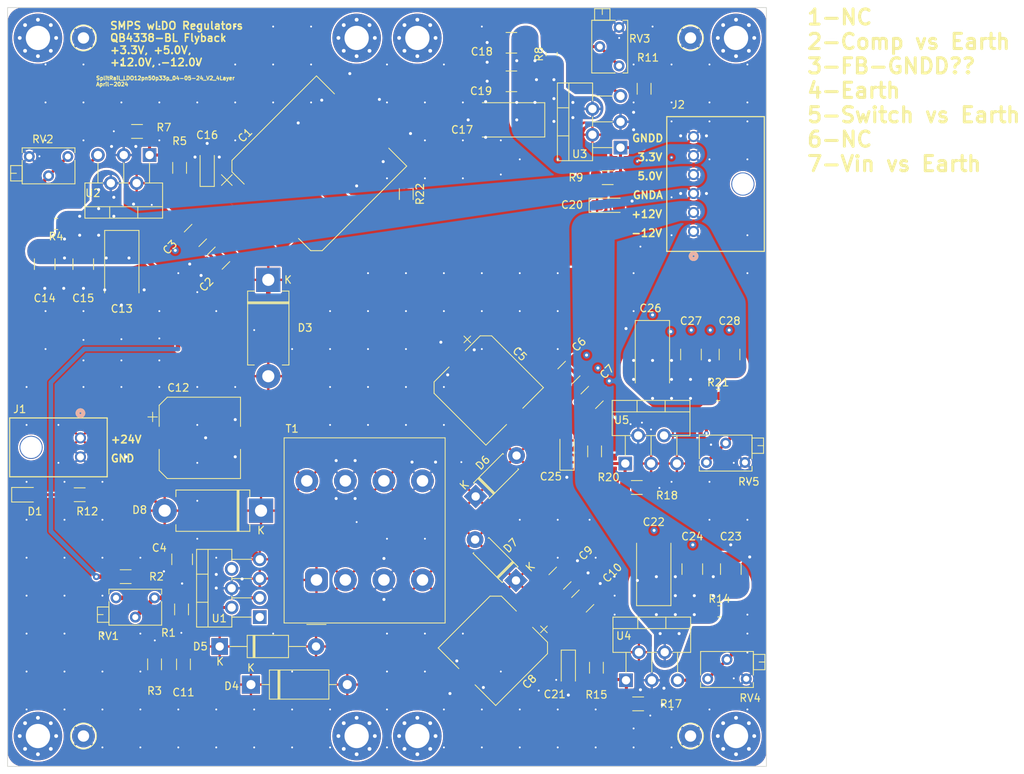
<source format=kicad_pcb>
(kicad_pcb (version 20221018) (generator pcbnew)
  (layers (0 "F.Cu" signal) (1 "In1.Cu" signal) (2 "In2.Cu" signal) (31 "B.Cu" signal) (34 "B.Paste" user) (35 "F.Paste" user) (36 "B.SilkS" user "B.Silkscreen") (37 "F.SilkS" user "F.Silkscreen") (38 "B.Mask" user) (39 "F.Mask" user) (44 "Edge.Cuts" user))
  (net 0 "")
  (net 1 "+24Vin")
  (net 2 "Earth")
  (net 3 "Net-(C11-Pad1)")
  (net 4 "+V1Reg")
  (net 5 "+5.0V")
  (net 6 "+3.3V")
  (net 7 "-V1Reg")
  (net 8 "/-12T")
  (net 9 "/+12T")
  (net 10 "/+5T")
  (net 11 "Net-(R2-Pad1)")
  (net 14 "/COMP")
  (net 15 "/d")
  (net 16 "/e")
  (net 17 "/g")
  (net 18 "/i")
  (net 19 "/k")
  (net 20 "Net-(D1-A)")
  (net 21 "/SW")
  (net 22 "-12_UR")
  (net 23 "+12_UR")
  (net 24 "+5_UR")
  (net 25 "/FB")
  (net 26 "+V")
  (net 27 "/shdn50p")
  (net 28 "/shdn33p")
  (net 29 "/shdn12p")
  (net 30 "/shdn12n")
  (footprint "MountingHole:MountingHole_3.2mm_M3_Pad_Via" (layer "F.Cu") (at 116 24)
    (fp_text reference "H2" hide)
    (fp_text value "MountingHole" hide)
  )
  (footprint "MountingHole:MountingHole_3.2mm_M3_Pad_Via" (layer "F.Cu") (at 24 116)
    (fp_text reference "H4" hide)
    (fp_text value "MountingHole" hide)
  )
  (footprint "Package_TO_SOT_THT:TO-220-5_P3.4x3.7mm_StaggerOdd_Lead3.8mm_Vertical" (layer "F.Cu") (at 100.776 38.454 90)
    (fp_text reference "U3")
    (fp_text value "LT1963-adj")
  )
  (footprint "Diode_THT:D_DO-41_SOD81_P7.62mm_Horizontal" (layer "F.Cu") (at 87 95.5 135)
    (fp_text reference "D7")
    (fp_text value "D_SB160")
  )
  (footprint "Capacitor_SMD:C_1210_3225Metric_Pad1.33x2.70mm_HandSolder" (layer "F.Cu") (at 115.142 65.72 -90)
    (fp_text reference "C28")
    (fp_text value "1uf")
  )
  (footprint "MountingHole:MountingHole_3.2mm_M3_Pad_Via" (layer "F.Cu") (at 24 24)
    (fp_text reference "H1" hide)
    (fp_text value "MountingHole" hide)
  )
  (footprint "Capacitor_SMD:C_1210_3225Metric_Pad1.33x2.70mm_HandSolder" (layer "F.Cu") (at 44.752726 50.027018 45)
    (fp_text reference "C3")
    (fp_text value "10uf")
  )
  (footprint "Diode_THT:D_DO-41_SOD81_P7.62mm_Horizontal" (layer "F.Cu") (at 81.685923 84.424077 45)
    (fp_text reference "D6")
    (fp_text value "D_SB160")
  )
  (footprint "Resistor_SMD:R_1206_3216Metric_Pad1.30x1.75mm_HandSolder" (layer "F.Cu") (at 99.086 42.418)
    (fp_text reference "R9")
    (fp_text value "3300")
  )
  (footprint "Resistor_SMD:R_1206_3216Metric_Pad1.30x1.75mm_HandSolder" (layer "F.Cu") (at 42.926 99.314 90)
    (fp_text reference "R1")
    (fp_text value "2k")
  )
  (footprint "Potentiometer_THT:Potentiometer_Bourns_3266X_Horizontal" (layer "F.Cu") (at 27.94 39.624)
    (fp_text reference "RV2")
    (fp_text value "0-1k")
  )
  (footprint "Capacitor_Tantalum_SMD:CP_EIA-3216-18_Kemet-A_Pad1.58x1.35mm_HandSolder" (layer "F.Cu") (at 99.126 46.054)
    (fp_text reference "C20")
    (fp_text value "1uf")
  )
  (footprint "Capacitor_SMD:C_1210_3225Metric_Pad1.33x2.70mm_HandSolder" (layer "F.Cu") (at 92.8 95.2 -135)
    (fp_text reference "C9")
    (fp_text value "22uf")
  )
  (footprint "TestPoint:TestPoint_Loop_D2.54mm_Drill1.5mm_Beaded" (layer "F.Cu") (at 30 116)
    (fp_text reference "TPG4" hide)
    (fp_text value "5001" hide)
  )
  (footprint "Capacitor_SMD:C_1210_3225Metric_Pad1.33x2.70mm_HandSolder" (layer "F.Cu") (at 110.062 65.72 -90)
    (fp_text reference "C27")
    (fp_text value "10uf")
  )
  (footprint "Resistor_SMD:R_1206_3216Metric_Pad1.30x1.75mm_HandSolder" (layer "F.Cu") (at 103.886 30.7 90)
    (fp_text reference "R11")
    (fp_text value "1k")
  )
  (footprint "Resistor_SMD:R_1206_3216Metric_Pad1.30x1.75mm_HandSolder" (layer "F.Cu") (at 42.672 41.122 90)
    (fp_text reference "R5")
    (fp_text value "4.99k")
  )
  (footprint "footprints:CP_Elec_16x22_HandSolder" (layer "F.Cu") (at 60.706 40.894 45)
    (fp_text reference "C1")
    (fp_text value "1500uf")
  )
  (footprint "Package_TO_SOT_THT:TO-220-5_P3.4x3.7mm_StaggerOdd_Lead3.8mm_Vertical" (layer "F.Cu") (at 38.708 39.432 180)
    (fp_text reference "U2")
    (fp_text value "LT1963-adj")
  )
  (footprint "footprints:CP_Elec_10x14.3_HandSolder" (layer "F.Cu") (at 84.328 104.394 -135)
    (fp_text reference "C8")
    (fp_text value "120uf")
  )
  (footprint "Capacitor_SMD:C_1210_3225Metric_Pad1.33x2.70mm_HandSolder" (layer "F.Cu") (at 93.98 68.072 45)
    (fp_text reference "C6")
    (fp_text value "22uf")
  )
  (footprint "Resistor_SMD:R_0805_2012Metric" (layer "F.Cu") (at 26.39 48.514 180)
    (fp_text reference "R4")
    (fp_text value "1.5k")
  )
  (footprint "footprints:Conn_EP25_1744426-2" (layer "F.Cu") (at 29.6 76.708 90)
    (fp_text reference "J1")
    (fp_text value "TE_EP25_2")
  )
  (footprint "Potentiometer_THT:Potentiometer_Bourns_3266X_Horizontal" (layer "F.Cu") (at 112.094 79.944 180)
    (fp_text reference "RV5")
    (fp_text value "0-1k")
  )
  (footprint "Resistor_SMD:R_1206_3216Metric_Pad1.30x1.75mm_HandSolder" (layer "F.Cu") (at 29.5 84.2 180)
    (fp_text reference "R12")
    (fp_text value "2k")
  )
  (footprint "Capacitor_Tantalum_SMD:CP_EIA-7343-43_Kemet-X_Pad2.25x2.55mm_HandSolder" (layer "F.Cu") (at 105.156 94.234 90)
    (fp_text reference "C22")
    (fp_text value "47uf")
  )
  (footprint "TestPoint:TestPoint_Loop_D2.54mm_Drill1.5mm_Beaded" (layer "F.Cu") (at 30 24)
    (fp_text reference "TPG1" hide)
    (fp_text value "5001" hide)
  )
  (footprint "MountingHole:MountingHole_3.2mm_M3_Pad_Via" (layer "F.Cu") (at 116 116)
    (fp_text reference "H3" hide)
    (fp_text value "MountingHole" hide)
  )
  (footprint "Capacitor_SMD:C_1210_3225Metric_Pad1.33x2.70mm_HandSolder" (layer "F.Cu") (at 86.3985 24.638 180)
    (fp_text reference "C18")
    (fp_text value "10uf")
  )
  (footprint "Capacitor_SMD:C_1206_3216Metric_Pad1.33x1.80mm_HandSolder" (layer "F.Cu") (at 43.18 106.55 90)
    (fp_text reference "C11")
    (fp_text value ".33uf")
  )
  (footprint "footprints:Q4338-BL" (layer "F.Cu") (at 67.056 88.9 90)
    (fp_text reference "T1")
    (fp_text value "Q4338-BL")
  )
  (footprint "Resistor_SMD:R_1206_3216Metric_Pad1.30x1.75mm_HandSolder" (layer "F.Cu") (at 103.1 111.76)
    (fp_text reference "R17")
    (fp_text value "1k")
  )
  (footprint "Capacitor_Tantalum_SMD:CP_EIA-3216-18_Kemet-A_Pad1.58x1.35mm_HandSolder" (layer "F.Cu") (at 46.308 41.082 90)
    (fp_text reference "C16")
    (fp_text value "1uf")
  )
  (footprint "Resistor_SMD:R_1206_3216Metric_Pad1.30x1.75mm_HandSolder" (layer "F.Cu") (at 72.54 44.57 -90)
    (fp_text reference "R22")
    (fp_text value "10k")
  )
  (footprint "Diode_THT:D_DO-201AD_P12.70mm_Horizontal" (layer "F.Cu") (at 54.356 55.88 -90)
    (fp_text reference "D3")
    (fp_text value "1N5822")
  )
  (footprint "LED_SMD:LED_0805_2012Metric_Pad1.15x1.40mm_HandSolder" (layer "F.Cu") (at 22.4 84.2)
    (fp_text reference "D1")
    (fp_text value "LED")
  )
  (footprint "Capacitor_SMD:C_1210_3225Metric_Pad1.33x2.70mm_HandSolder" (layer "F.Cu") (at 29.972 53.8095 -90)
    (fp_text reference "C15")
    (fp_text value "1uf")
  )
  (footprint "Potentiometer_THT:Potentiometer_Bourns_3266X_Horizontal" (layer "F.Cu") (at 112.268 108.458 180)
    (fp_text reference "RV4")
    (fp_text value "0-1k")
  )
  (footprint "footprints:Conn_EP25_1744426-6" (layer "F.Cu") (at 110.4 49.5 -90)
    (fp_text reference "J2")
    (fp_text value "TE_EP25-6")
  )
  (footprint "Resistor_SMD:R_0805_2012Metric" (layer "F.Cu") (at 113.818 99.568)
    (fp_text reference "R14")
    (fp_text value "4.42k")
  )
  (footprint "footprints:CP_Elec_10x14.3_HandSolder" (layer "F.Cu") (at 83.036598 70.082598 -45)
    (fp_text reference "C5")
    (fp_text value "120uf")
  )
  (footprint "Resistor_SMD:R_0805_2012Metric" (layer "F.Cu") (at 113.644 71.054)
    (fp_text reference "R21")
    (fp_text value "4.42k")
  )
  (footprint "Capacitor_Tantalum_SMD:CP_EIA-7343-43_Kemet-X_Pad2.25x2.55mm_HandSolder" (layer "F.Cu") (at 86.208 34.798 180)
    (fp_text reference "C17")
    (fp_text value "47uf")
  )
  (footprint "Resistor_SMD:R_1206_3216Metric_Pad1.30x1.75mm_HandSolder" (layer "F.Cu") (at 97.6 107 -90)
    (fp_text reference "R15")
    (fp_text value "13.3k")
  )
  (footprint "Potentiometer_THT:Potentiometer_Bourns_3266X_Horizontal" (layer "F.Cu") (at 39.37 97.79)
    (fp_text reference "RV1")
    (fp_text value "0-5k")
  )
  (footprint "Diode_THT:D_DO-201AD_P12.70mm_Horizontal" (layer "F.Cu") (at 53.4 86.3 180)
    (fp_text reference "D8")
    (fp_text value "1N5822")
  )
  (footprint "TestPoint:TestPoint_Loop_D2.54mm_Drill1.5mm_Beaded" (layer "F.Cu") (at 110 116)
    (fp_text reference "TPG3" hide)
    (fp_text value "5001" hide)
  )
  (footprint "Capacitor_SMD:C_1210_3225Metric_Pad1.33x2.70mm_HandSolder" (layer "F.Cu") (at 24.892 53.8095 -90)
    (fp_text reference "C14")
    (fp_text value "10uf")
  )
  (footprint "Capacitor_Tantalum_SMD:CP_EIA-7343-43_Kemet-X_Pad2.25x2.55mm_HandSolder" (layer "F.Cu") (at 35.052 53.95 -90)
    (fp_text reference "C13")
    (fp_text value "47uf")
  )
  (footprint "MountingHole:MountingHole_3.2mm_M3_Pad_Via" (layer "F.Cu") (at 74 24)
    (fp_text reference "H6" hide)
    (fp_text value "MountingHole" hide)
  )
  (footprint "Capacitor_SMD:C_1210_3225Metric_Pad1.33x2.70mm_HandSolder" (layer "F.Cu") (at 115.316 94 90)
    (fp_text reference "C23")
    (fp_text value "10uf")
  )
  (footprint "Resistor_SMD:R_1206_3216Metric_Pad1.30x1.75mm_HandSolder" (layer "F.Cu") (at 102.924 83.246)
    (fp_text reference "R18")
    (fp_text value "1k")
  )
  (footprint "Package_TO_SOT_THT:TO-220-5_P3.4x3.7mm_StaggerOdd_Lead3.8mm_Vertical" (layer "F.Cu") (at 101.406 80.088)
    (fp_text reference "U5")
    (fp_text value "LT3015-adj")
  )
  (footprint "Package_TO_SOT_THT:TO-220-5_P3.4x3.7mm_StaggerOdd_Lead3.8mm_Vertical" (layer "F.Cu") (at 101.5 108.65)
    (fp_text reference "U4")
    (fp_text value "LT1963-adj")
  )
  (footprint "Diode_THT:D_DO-15_P12.70mm_Horizontal" (layer "F.Cu") (at 52.07 109.22)
    (fp_text reference "D4")
    (fp_text value "S18A")
  )
  (footprint "Capacitor_SMD:C_1210_3225Metric_Pad1.33x2.70mm_HandSolder" (layer "F.Cu") (at 47.817018 53.018726 45)
    (fp_text reference "C2")
    (fp_text value "22uf")
  )
  (footprint "Capacitor_Tantalum_SMD:CP_EIA-3216-18_Kemet-A_Pad1.58x1.35mm_HandSolder" (layer "F.Cu") (at 93.9 107.1625 -90)
    (fp_text reference "C21")
    (fp_text value "1uf")
  )
  (footprint "Diode_THT:D_DO-41_SOD81_P12.70mm_Horizontal" (layer "F.Cu") (at 47.95 104.2)
    (fp_text reference "D5")
    (fp_text value "MUR120")
  )
  (footprint "Potentiometer_THT:Potentiometer_Bourns_3266X_Horizontal" (layer "F.Cu") (at 100.584 27.686 -90)
    (fp_text reference "RV3")
    (fp_text value "0-1k")
  )
  (footprint "Resistor_SMD:R_1206_3216Metric_Pad1.30x1.75mm_HandSolder" (layer "F.Cu") (at 35.56 94.996 180)
    (fp_text reference "R2")
    (fp_text value "6.04k")
  )
  (footprint "Resistor_SMD:R_1206_3216Metric_Pad1.30x1.75mm_HandSolder" (layer "F.Cu") (at 37.058 36.322 180)
    (fp_text reference "R7")
    (fp_text value "1k")
  )
  (footprint "Capacitor_SMD:C_1210_3225Metric_Pad1.33x2.70mm_HandSolder" (layer "F.Cu") (at 95.795146 98.204854 -135)
    (fp_text reference "C10")
    (fp_text value "10uf")
  )
  (footprint "Capacitor_Tantalum_SMD:CP_EIA-3216-18_Kemet-A_Pad1.58x1.35mm_HandSolder" (layer "F.Cu") (at 93.726 78.486 90)
    (fp_text reference "C25")
    (fp_text value "1uf")
  )
  (footprint "Package_TO_SOT_THT:TO-220-7_P2.54x3.7mm_StaggerOdd_Lead3.8mm_Vertical" (layer "F.Cu") (at 53.23 100.33 90)
    (fp_text reference "U1")
    (fp_text value "LM2586T-adj")
  )
  (footprint "Capacitor_SMD:C_1210_3225Metric_Pad1.33x2.70mm_HandSolder" (layer "F.Cu") (at 97.028 71.374 45)
    (fp_text reference "C7")
    (fp_text value "10uf")
  )
  (footprint "Capacitor_SMD:C_1210_3225Metric_Pad1.33x2.70mm_HandSolder" (layer "F.Cu") (at 86.3985 29.718 180)
    (fp_text reference "C19")
    (fp_text value "1uf")
  )
  (footprint "Capacitor_SMD:C_1210_3225Metric_Pad1.33x2.70mm_HandSolder" (layer "F.Cu") (at 43 92.71 90)
    (fp_text reference "C4")
    (fp_text value "1uf")
  )
  (footprint "Resistor_SMD:R_1206_3216Metric_Pad1.30x1.75mm_HandSolder" (layer "F.Cu") (at 39.37 106.55 -90)
    (fp_text reference "R3")
    (fp_text value "2k")
  )
  (footprint "Resistor_SMD:R_1206_3216Metric_Pad1.30x1.75mm_HandSolder" (layer "F.Cu") (at 97.362 78.486 -90)
    (fp_text reference "R20")
    (fp_text value "9.1k")
  )
  (footprint "footprints:CP_Elec_10x14.3_HandSolder" (layer "F.Cu") (at 45.34 76.708)
    (fp_text reference "C12")
    (fp_text value "120uf")
  )
  (footprint "Capacitor_SMD:C_1210_3225Metric_Pad1.33x2.70mm_HandSolder" (layer "F.Cu") (at 110.236 94 90)
    (fp_text reference "C24")
    (fp_text value "1uf")
  )
  (footprint "MountingHole:MountingHole_3.2mm_M3_Pad_Via" (layer "F.Cu") (at 74 116)
    (fp_text reference "H7" hide)
    (fp_text value "MountingHole" hide)
  )
  (footprint "Capacitor_Tantalum_SMD:CP_EIA-7343-43_Kemet-X_Pad2.25x2.55mm_HandSolder" (layer "F.Cu") (at 104.982 65.822 -90)
    (fp_text reference "C26")
    (fp_text value "47uf")
  )
  (footprint "TestPoint:TestPoint_Loop_D2.54mm_Drill1.5mm_Beaded" (layer "F.Cu") (at 110 24)
    (fp_text reference "TPG2" hide)
    (fp_text value "5001" hide)
  )
  (footprint "Resistor_SMD:R_0805_2012Metric" (layer "F.Cu") (at 91.694 26.136 90)
    (fp_text reference "R8")
    (fp_text value "866")
  )
  (footprint "MountingHole:MountingHole_3.2mm_M3_Pad_Via" (layer "F.Cu") (at 66 116)
    (fp_text reference "H8" hide)
    (fp_text value "MountingHole" hide)
  )
  (footprint "MountingHole:MountingHole_3.2mm_M3_Pad_Via" (layer "F.Cu") (at 66 24)
    (fp_text reference "H5" hide)
    (fp_text value "MountingHole" hide)
  )
  (gr_rect locked (start 20 20) (end 120 120) (stroke (width 0.1)) (fill none) (layer "Edge.Cuts"))
  (gr_text "5.0V" (at 102.9 42.8) (layer "F.SilkS") (effects (font (size 1 1) (thickness 0.2) bold) (justify left bottom)))
  (gr_text "GNDA" (at 102.3 45.3) (layer "F.SilkS") (effects (font (size 1 1) (thickness 0.2) bold) (justify left bottom)))
  (gr_text "SMPS wLDO Regulators\nQB4338-BL Flyback\n+3.3V, +5.0V, \n+12.0V, -12.0V" (at 33.4 27.8) (layer "F.SilkS") (effects (font (size 1 1) (thickness 0.2) bold) (justify left bottom)))
  (gr_text "+24V" (at 33.5 77.5) (layer "F.SilkS") (effects (font (size 1 1) (thickness 0.2) bold) (justify left bottom)))
  (gr_text "-12V" (at 102.1 50.3) (layer "F.SilkS") (effects (font (size 1 1) (thickness 0.2) bold) (justify left bottom)))
  (gr_text "1-NC\n2-Comp vs Earth\n3-FB-GNDD??\n4-Earth\n5-Switch vs Earth\n6-NC\n7-Vin vs Earth" (at 125.16 41.76) (layer "F.SilkS") (effects (font (size 2 2) (thickness 0.4) bold) (justify left bottom)))
  (gr_text "+12V" (at 102.1 47.8) (layer "F.SilkS") (effects (font (size 1 1) (thickness 0.2) bold) (justify left bottom)))
  (gr_text "3.3V" (at 102.9 40.3) (layer "F.SilkS") (effects (font (size 1 1) (thickness 0.2) bold) (justify left bottom)))
  (gr_text "SplitRail_LDO12pn50p33p_04-05-24_V2_4Layer\nApril-2024" (at 31.6 30.4) (layer "F.SilkS") (effects (font (size 0.5 0.5) (thickness 0.125) bold) (justify left bottom)))
  (gr_text "GND" (at 33.5 80) (layer "F.SilkS") (effects (font (size 1 1) (thickness 0.2) bold) (justify left bottom)))
  (gr_text "GNDD" (at 102.2 37.8) (layer "F.SilkS") (effects (font (size 1 1) (thickness 0.2) bold) (justify left bottom)))
  (segment (start 42.46 65) (end 42.46 62.46) (width 0.6) (layer "F.Cu") (net 0))
  (segment (start 43 91.1475) (end 51.6675 91.1475) (width 1) (layer "F.Cu") (net 1))
  (segment (start 51.6675 91.1475) (end 53.23 92.71) (width 1) (layer "F.Cu") (net 1))
  (segment (start 115.316 92.4375) (end 110.236 92.4375) (width 1) (layer "F.Cu") (net 2))
  (segment (start 46.63958 54.12358) (end 43.647872 51.131872) (width 1) (layer "F.Cu") (net 2))
  (segment (start 106.5595 92.4375) (end 105.156 91.034) (width 1) (layer "F.Cu") (net 2))
  (segment (start 46.712164 54.12358) (end 46.63958 54.12358) (width 1) (layer "F.Cu") (net 2))
  (segment (start 110.236 92.4375) (end 106.5595 92.4375) (width 1) (layer "F.Cu") (net 2))
  (via (at 67.5 55) (size 0.5) (drill 0.25) (layers "F.Cu" "B.Cu") (net 2))
  (via (at 25 65) (size 0.5) (drill 0.25) (layers "F.Cu" "B.Cu") (net 2))
  (via (at 52.5 62.5) (size 0.5) (drill 0.25) (layers "F.Cu" "B.Cu") (net 2))
  (via (at 101.5 62.3) (size 0.9) (drill 0.4) (layers "F.Cu" "B.Cu") (net 2))
  (via (at 22.5 82.5) (size 0.5) (drill 0.25) (layers "F.Cu" "B.Cu") (net 2))
  (via (at 27.5 112.5) (size 0.5) (drill 0.25) (layers "F.Cu" "B.Cu") (net 2))
  (via (at 85 107.5) (size 0.5) (drill 0.25) (layers "F.Cu" "B.Cu") (net 2))
  (via (at 42.1 52) (size 0.9) (drill 0.4) (layers "F.Cu" "B.Cu") (net 2))
  (via (at 98.1 95.9) (size 0.9) (drill 0.4) (layers "F.Cu" "B.Cu") (net 2))
  (via (at 97.8 67.5) (size 0.9) (drill 0.4) (layers "F.Cu" "B.Cu") (net 2))
  (via (at 32.5 87.5) (size 0.5) (drill 0.25) (layers "F.Cu" "B.Cu") (net 2))
  (via (at 102.5 55) (size 0.5) (drill 0.25) (layers "F.Cu" "B.Cu") (net 2))
  (via (at 47.5 117.5) (size 0.5) (drill 0.25) (layers "F.Cu" "B.Cu") (net 2))
  (via (at 105 60.5) (size 0.9) (drill 0.4) (layers "F.Cu" "B.Cu") (net 2))
  (via (at 66 43.5) (size 0.9) (drill 0.4) (layers "F.Cu" "B.Cu") (net 2))
  (via (at 92.5 55) (size 0.5) (drill 0.25) (layers "F.Cu" "B.Cu") (net 2))
  (via (at 115.1 62.5) (size 0.9) (drill 0.4) (layers "F.Cu" "B.Cu") (net 2))
  (via (at 50 37.5) (size 0.5) (drill 0.25) (layers "F.Cu" "B.Cu") (net 2))
  (via (at 57.5 117.5) (size 0.5) (drill 0.25) (layers "F.Cu" "B.Cu") (net 2))
  (via (at 110.1 62.5) (size 0.9) (drill 0.4) (layers "F.Cu" "B.Cu") (net 2))
  (via (at 40 27.5) (size 0.5) (drill 0.25) (layers "F.Cu" "B.Cu") (net 2))
  (via (at 85 42) (size 0.5) (drill 0.25) (layers "F.Cu" "B.Cu") (net 2))
  (via (at 30 37.5) (size 0.5) (drill 0.25) (layers "F.Cu" "B.Cu") (net 2))
  (via (at 42.5 55) (size 0.5) (drill 0.25) (layers "F.Cu" "B.Cu") (net 2))
  (via (at 77.5 75) (size 0.5) (drill 0.25) (layers "F.Cu" "B.Cu") (net 2))
  (via (at 44.7 39.7) (size 0.9) (drill 0.4) (layers "F.Cu" "B.Cu") (net 2))
  (via (at 102.1 74.9) (size 0.5) (drill 0.25) (layers "F.Cu" "B.Cu") (net 2))
  (via (at 80.7 34.8) (size 0.9) (drill 0.4) (layers "F.Cu" "B.Cu") (net 2))
  (via (at 44 53.8) (size 0.9) (drill 0.4) (layers "F.Cu" "B.Cu") (net 2))
  (via (at 115.7 108.4) (size 0.5) (drill 0.25) (layers "F.Cu" "B.Cu") (net 2))
  (via (at 50 74.3) (size 0.9) (drill 0.4) (layers "F.Cu" "B.Cu") (net 2))
  (via (at 50 27.5) (size 0.5) (drill 0.25) (layers "F.Cu" "B.Cu") (net 2))
  (via (at 112.5 87.5) (size 0.5) (drill 0.25) (layers "F.Cu" "B.Cu") (net 2))
  (via (at 62.5 112.5) (size 0.5) (drill 0.25) (layers "F.Cu" "B.Cu") (net 2))
  (via (at 92.5 112.5) (size 0.5) (drill 0.25) (layers "F.Cu" "B.Cu") (net 2))
  (via (at 62.5 75) (size 0.5) (drill 0.25) (layers "F.Cu" "B.Cu") (net 2))
  (via (at 36.9 38.3) (size 0.9) (drill 0.4) (layers "F.Cu" "B.Cu") (net 2))
  (via (at 50.9 95.3) (size 0.9) (drill 0.4) (layers "F.Cu" "B.Cu") (net 2))
  (via (at 107.4 62.7) (size 0.9) (drill 0.4) (layers "F.Cu" "B.Cu") (net 2))
  (via (at 117.5 87.5) (size 0.5) (drill 0.25) (layers "F.Cu" "B.Cu") (net 2))
  (via (at 40 63.6) (size 0.5) (drill 0.25) (layers "F.Cu" "B.Cu") (net 2))
  (via (at 67.5 75) (size 0.5) (drill 0.25) (layers "F.Cu" "B.Cu") (net 2))
  (via (at 67.5 60) (size 0.5) (drill 0.25) (layers "F.Cu" "B.Cu") (net 2))
  (via (at 60 27.5) (size 0.5) (drill 0.25) (layers "F.Cu" "B.Cu") (net 2))
  (via (at 103.4 51.5) (size 0.5) (drill 0.25) (layers "F.Cu" "B.Cu") (net 2))
  (via (at 100.6 24) (size 0.5) (drill 0.25) (layers "F.Cu" "B.Cu") (net 2))
  (via (at 82.5 65) (size 0.5) (drill 0.25) (layers "F.Cu" "B.Cu") (net 2))
  (via (at 22.5 70) (size 0.5) (drill 0.25) (layers "F.Cu" "B.Cu") (net 2))
  (via (at 108.7 36.9) (size 0.9) (drill 0.4) (layers "F.Cu" "B.Cu") (net 2))
  (via (at 32.5 97.5) (size 0.5) (drill 0.25) (layers "F.Cu" "B.Cu") (net 2))
  (via (at 70 27.5) (size 0.5) (drill 0.25) (layers "F.Cu" "B.Cu") (net 2))
  (via (at 75 42.5) (size 0.5) (drill 0.25) (layers "F.Cu" "B.Cu") (net 2))
  (via (at 72.5 55) (size 0.5) (drill 0.25) (layers "F.Cu" "B.Cu") (net 2))
  (via (at 70 102.5) (size 0.5) (drill 0.25) (layers "F.Cu" "B.Cu") (net 2))
  (via (at 82.5 112.5) (size 0.5) (drill 0.25) (layers "F.Cu" "B.Cu") (net 2))
  (via (at 42.9 102.4) (size 0.5) (drill 0.25) (layers "F.Cu" "B.Cu") (net 2))
  (via (at 80 32.5) (size 0.5) (drill 0.25) (layers "F.Cu" "B.Cu") (net 2))
  (via (at 83.2 27.2) (size 0.9) (drill 0.4) (layers "F.Cu" "B.Cu") (net 2))
  (via (at 25 37.5) (size 0.5) (drill 0.25) (layers "F.Cu" "B.Cu") (net 2))
  (via (at 75 90) (size 0.5) (drill 0.25) (layers "F.Cu" "B.Cu") (net 2))
  (via (at 107.5 32.5) (size 0.5) (drill 0.25) (layers "F.Cu" "B.Cu") (net 2))
  (via (at 30 27.5) (size 0.5) (drill 0.25) (layers "F.Cu" "B.Cu") (net 2))
  (via (at 96.5 94.5) (size 0.9) (drill 0.4) (layers "F.Cu" "B.Cu") (net 2))
  (via (at 105 22.5) (size 0.5) (drill 0.25) (layers "F.Cu" "B.Cu") (net 2))
  (via (at 93.7 81.9) (size 0.9) (drill 0.4) (layers "F.Cu" "B.Cu") (net 2))
  (via (at 45 85) (size 0.5) (drill 0.25) (layers "F.Cu" "B.Cu") (net 2))
  (via (at 27.5 92.5) (size 0.5) (drill 0.25) (layers "F.Cu" "B.Cu") (net 2))
  (via (at 107.5 45) (size 0.5) (drill 0.25) (layers "F.Cu" "B.Cu") (net 2))
  (via (at 45 90) (size 0.5) (drill 0.25) (layers "F.Cu" "B.Cu") (net 2))
  (via (at 82.5 22.5) (size 0.5) (drill 0.25) (layers "F.Cu" "B.Cu") (net 2))
  (via (at 32.5 107.5) (size 0.5) (drill 0.25) (layers "F.Cu" "B.Cu") (net 2))
  (via (at 32.5 82.5) (size 0.5) (drill 0.25) (layers "F.Cu" "B.Cu") (net 2))
  (via (at 95.1 92.9) (size 0.9) (drill 0.4) (layers "F.Cu" "B.Cu") (net 2))
  (via (at 45 57.5) (size 0.5) (drill 0.25) (layers "F.Cu" "B.Cu") (net 2))
  (via (at 69 32.1) (size 0.9) (drill 0.4) (layers "F.Cu" "B.Cu") (net 2))
  (via (at 102.5 32.5) (size 0.5) (drill 0.25) (layers "F.Cu" "B.Cu") (net 2))
  (via (at 46.3 37.9) (size 0.9) (drill 0.4) (layers "F.Cu" "B.Cu") (net 2))
  (via (at 87.5 55) (size 0.5) (drill 0.25) (layers "F.Cu" "B.Cu") (net 2))
  (via (at 107.5 27.5) (size 0.5) (drill 0.25) (layers "F.Cu" "B.Cu") (net 2))
  (via (at 83.2 29.7) (size 0.9) (drill 0.4) (layers "F.Cu" "B.Cu") (net 2))
  (via (at 67.5 65) (size 0.5) (drill 0.25) (layers "F.Cu" "B.Cu") (net 2))
  (via (at 42.5 112.5) (size 0.5) (drill 0.25) (layers "F.Cu" "B.Cu") (net 2))
  (via (at 22.5 92.5) (size 0.5) (drill 0.25) (layers "F.Cu" "B.Cu") (net 2))
  (via (at 45 32.5) (size 0.5) (drill 0.25) (layers "F.Cu" "B.Cu") (net 2))
  (via (at 78.3 110.4) (size 0.9) (drill 0.4) (layers "F.Cu" "B.Cu") (net 2))
  (via (at 52.5 112.5) (size 0.5) (drill 0.25) (layers "F.Cu" "B.Cu") (net 2))
  (via (at 112.5 35) (size 0.5) (drill 0.25) (layers "F.Cu" "B.Cu") (net 2))
  (via (at 40 32.5) (size 0.5) (drill 0.25) (layers "F.Cu" "B.Cu") (net 2))
  (via (at 103.6 74.7) (size 0.5) (drill 0.25) (layers "F.Cu" "B.Cu") (net 2))
  (via (at 50 79.2) (size 0.9) (drill 0.4) (layers "F.Cu" "B.Cu") (net 2))
  (via (at 92.5 40) (size 0.5) (drill 0.25) (layers "F.Cu" "B.Cu") (net 2))
  (via (at 82.7 109.6) (size 0.9) (drill 0.4) (layers "F.Cu" "B.Cu") (net 2))
  (via (at 110.3 90.8) (size 0.9) (drill 0.4) (layers "F.Cu" "B.Cu") (net 2))
  (via (at 47.5 112.5) (size 0.5) (drill 0.25) (layers "F.Cu" "B.Cu") (net 2))
  (via (at 75 32.5) (size 0.5) (drill 0.25) (layers "F.Cu" "B.Cu") (net 2))
  (via (at 77.5 27.5) (size 0.5) (drill 0.25) (layers "F.Cu" "B.Cu") (net 2))
  (via (at 55 32.5) (size 0.5) (drill 0.25) (layers "F.Cu" "B.Cu") (net 2))
  (via (at 40.6 94.3) (size 0.6) (drill 0.3) (layers "F.Cu" "B.Cu") (net 2))
  (via (at 32.5 102.5) (size 0.5) (drill 0.25) (layers "F.Cu" "B.Cu") (net 2))
  (via (at 75 37.5) (size 0.5) (drill 0.25) (layers "F.Cu" "B.Cu") (net 2))
  (via (at 107.5 117.5) (size 0.5) (drill 0.25) (layers "F.Cu" "B.Cu") (net 2))
  (via (at 40 37.5) (size 0.5) (drill 0.25) (layers "F.Cu" "B.Cu") (net 2))
  (via (at 83 37.1) (size 0.9) (drill 0.4) (layers "F.Cu" "B.Cu") (net 2))
  (via (at 26.7 80) (size 0.5) (drill 0.25) (layers "F.Cu" "B.Cu") (net 2))
  (via (at 27.5 87.5) (size 0.5) (drill 0.25) (layers "F.Cu" "B.Cu") (net 2))
  (via (at 46.1 76.7) (size 0.9) (drill 0.4) (layers "F.Cu" "B.Cu") (net 2))
  (via (at 112.1 44.5) (size 0.9) (drill 0.4) (layers "F.Cu" "B.Cu") (net 2))
  (via (at 102.5 115) (size 0.5) (drill 0.25) (layers "F.Cu" "B.Cu") (net 2))
  (via (at 60 22.5) (size 0.5) (drill 0.25) (layers "F.Cu" "B.Cu") (net 2))
  (via (at 30 66.5) (size 0.5) (drill 0.25) (layers "F.Cu" "B.Cu") (net 2))
  (via (at 87.5 87.5) (size 0.5) (drill 0.25) (layers "F.Cu" "B.Cu") (net 2))
  (via (at 70 112.5) (size 0.5) (drill 0.25) (layers "F.Cu" "B.Cu") (net 2))
  (via (at 82.5 60) (size 0.5) (drill 0.25) (layers "F.Cu" "B.Cu") (net 2))
  (via (at 81.5 65.1) (size 0.9) (drill 0.4) (layers "F.Cu" "B.Cu") (net 2))
  (via (at 57.5 112.5) (size 0.5) (drill 0.25) (layers "F.Cu" "B.Cu") (net 2))
  (via (at 39.4 103.4) (size 0.5) (drill 0.25) (layers "F.Cu" "B.Cu") (net 2))
  (via (at 107.5 112.5) (size 0.5) (drill 0.25) (layers "F.Cu" "B.Cu") (net 2))
  (via (at 97.5 92.5) (size 0.5) (drill 0.25) (layers "F.Cu" "B.Cu") (net 2))
  (via (at 45 80) (size 0.5) (drill 0.25) (layers "F.Cu" "B.Cu") (net 2))
  (via (at 30 57) (size 0.9) (drill 0.4) (layers "F.Cu" "B.Cu") (net 2))
  (via (at 102.5 27.5) (size 0.5) (drill 0.25) (layers "F.Cu" "B.Cu") (net 2))
  (via (at 50 70) (size 0.5) (drill 0.25) (layers "F.Cu" "B.Cu") (net 2))
  (via (at 60 32.5) (size 0.5) (drill 0.25) (layers "F.Cu" "B.Cu") (net 2))
  (via (at 117.5 112.5) (size 0.5) (drill 0.25) (layers "F.Cu" "B.Cu") (net 2))
  (via (at 45 75) (size 0.5) (drill 0.25) (layers "F.Cu" "B.Cu") (net 2))
  (via (at 33.7 38.3) (size 0.9) (drill 0.4) (layers "F.Cu" "B.Cu") (net 2))
  (via (at 40 66.5) (size 0.5) (drill 0.25) (layers "F.Cu" "B.Cu") (net 2))
  (via (at 22.5 75) (size 0.5) (drill 0.25) (layers "F.Cu" "B.Cu") (net 2))
  (via (at 35 63.7) (size 0.5) (drill 0.25) (layers "F.Cu" "B.Cu") (net 2))
  (via (at 92.5 87.5) (size 0.5) (drill 0.25) (layers "F.Cu" "B.Cu") (net 2))
  (via (at 92.5 60) (size 0.5) (drill 0.25) (layers "F.Cu" "B.Cu") (net 2))
  (via (at 100 100) (size 0.5) (drill 0.25) (layers "F.Cu" "B.Cu") (net 2))
  (via (at 25 32.5) (size 0.5) (drill 0.25) (layers "F.Cu" "B.Cu") (net 2))
  (via (at 45 70) (size 0.5) (drill 0.25) (layers "F.Cu" "B.Cu") (net 2))
  (via (at 38 57.2) (size 0.9) (drill 0.4) (layers "F.Cu" "B.Cu") (net 2))
  (via (at 65.8 84.7) (size 0.9) (drill 0.4) (layers "F.Cu" "B.Cu") (net 2))
  (via (at 77.5 60) (size 0.5) (drill 0.25) (layers "F.Cu" "B.Cu") (net 2))
  (via (at 92.5 117.5) (size 0.5) (drill 0.25) (layers "F.Cu" "B.Cu") (net 2))
  (via (at 96.3 65.8) (size 0.9) (drill 0.4) (layers "F.Cu" "B.Cu") (net 2))
  (via (at 35 70) (size 0.5) (drill 0.25) (layers "F.Cu" "B.Cu") (net 2))
  (via (at 22.5 102.5) (size 0.5) (drill 0.25) (layers "F.Cu" "B.Cu") (net 2))
  (via (at 37.5 112.5) (size 0.5) (drill 0.25) (layers "F.Cu" "B.Cu") (net 2))
  (via (at 30 60) (size 0.5) (drill 0.25) (layers "F.Cu" "B.Cu") (net 2))
  (via (at 69.6 98) (size 0.9) (drill 0.4) (layers "F.Cu" "B.Cu") (net 2))
  (via (at 62.5 65) (size 0.5) (drill 0.25) (layers "F.Cu" "B.Cu") (net 2))
  (via (at 35 59.2) (size 0.9) (drill 0.4) (layers "F.Cu" "B.Cu") (net 2))
  (via (at 107.5 82.5) (size 0.5) (drill 0.25) (layers "F.Cu" "B.Cu") (net 2))
  (via (at 50 32.5) (size 0.5) (drill 0.25) (layers "F.Cu" "B.Cu") (net 2))
  (via (at 61.4 32.2) (size 0.9) (drill 0.4) (layers "F.Cu" "B.Cu") (net 2))
  (via (at 87.5 60) (size 0.5) (drill 0.25) (layers "F.Cu" "B.Cu") (net 2))
  (via (at 63.3 84.7) (size 0.9) (drill 0.4) (layers "F.Cu" "B.Cu") (net 2))
  (via (at 25 27.5) (size 0.5) (drill 0.25) (layers "F.Cu" "B.Cu") (net 2))
  (via (at 47.5 92.5) (size 0.5) (drill 0.25) (layers "F.Cu" "B.Cu") (net 2))
  (via (at 99.3 69.2) (size 0.9) (drill 0.4) (layers "F.Cu" "B.Cu") (net 2))
  (via (at 103.4 109.9) (size 0.9) (drill 0.4) (layers "F.Cu" "B.Cu") (net 2))
  (via (at 47.5 96.5) (size 0.9) (drill 0.4) (layers "F.Cu" "B.Cu") (net 2))
  (via (at 117.5 27.5) (size 0.5) (drill 0.25) (layers "F.Cu" "B.Cu") (net 2))
  (via (at 80 37.5) (size 0.5) (drill 0.25) (layers "F.Cu" "B.Cu") (net 2))
  (via (at 117.5 35) (size 0.5) (drill 0.25) (layers "F.Cu" "B.Cu") (net 2))
  (via (at 70 117.5) (size 0.5) (drill 0.25) (layers "F.Cu" "B.Cu") (net 2))
  (via (at 47.9 39.7) (size 0.9) (drill 0.4) (layers "F.Cu" "B.Cu") (net 2))
  (via (at 58.3 35.2) (size 0.9) (drill 0.4) (layers "F.Cu" "B.Cu") (net 2))
  (via (at 117.5 55) (size 0.5) (drill 0.25) (layers "F.Cu" "B.Cu") (net 2))
  (via (at 92.3 108.6) (size 0.5) (drill 0.25) (layers "F.Cu" "B.Cu") (net 2))
  (via (at 35 22.5) (size 0.5) (drill 0.25) (layers "F.Cu" "B.Cu") (net 2))
  (via (at 79.2 106.1) (size 0.9) (drill 0.4) (layers "F.Cu" "B.Cu") (net 2))
  (via (at 117.5 40) (size 0.5) (drill 0.25) (layers "F.Cu" "B.Cu") (net 2))
  (via (at 47.5 94.7) (size 0.9) (drill 0.4) (layers "F.Cu" "B.Cu") (net 2))
  (via (at 104.7 113.3) (size 0.5) (drill 0.25) (layers "F.Cu" "B.Cu") (net 2))
  (via (at 112.5 27.5) (size 0.5) (drill 0.25) (layers "F.Cu" "B.Cu") (net 2))
  (via (at 35 32.5) (size 0.5) (drill 0.25) (layers "F.Cu" "B.Cu") (net 2))
  (via (at 102.5 33.8) (size 0.9) (drill 0.4) (layers "F.Cu" "B.Cu") (net 2))
  (via (at 50 22.5) (size 0.5) (drill 0.25) (layers "F.Cu" "B.Cu") (net 2))
  (via (at 24.2 39.6) (size 0.5) (drill 0.25) (layers "F.Cu" "B.Cu") (net 2))
  (via (at 75 107.5) (size 0.5) (drill 0.25) (layers "F.Cu" "B.Cu") (net 2))
  (via (at 77.5 117.5) (size 0.5) (drill 0.25) (layers "F.Cu" "B.Cu") (net 2))
  (via (at 37.5 102.5) (size 0.5) (drill 0.25) (layers "F.Cu" "B.Cu") (net 2))
  (via (at 105.2 88.9) (size 0.9) (drill 0.4) (layers "F.Cu" "B.Cu") (net 2))
  (via (at 77.1 64.1) (size 0.9) (drill 0.4) (layers "F.Cu" "B.Cu") (net 2))
  (via (at 55 22.5) (size 0.5) (drill 0.25) (layers "F.Cu" "B.Cu") (net 2))
  (via (at 57.5 65) (size 0.5) (drill 0.25) (layers "F.Cu" "B.Cu") (net 2))
  (via (at 30 63.8) (size 0.5) (drill 0.25) (layers "F.Cu" "B.Cu") (net 2))
  (via (at 97.5 117.5) (size 0.5) (drill 0.25) (layers "F.Cu" "B.Cu") (net 2))
  (via (at 45.5 55.3) (size 0.9) (drill 0.4) (layers "F.Cu" "B.Cu") (net 2))
  (via (at 63.3 79.7) (size 0.9) (drill 0.4) (layers "F.Cu" "B.Cu") (net 2))
  (via (at 40 60) (size 0.5) (drill 0.25) (layers "F.Cu" "B.Cu") (net 2))
  (via (at 27.5 107.5) (size 0.5) (drill 0.25) (layers "F.Cu" "B.Cu") (net 2))
  (via (at 115.7 80) (size 0.5) (drill 0.25) (layers "F.Cu" "B.Cu") (net 2))
  (via (at 66 87.8) (size 0.5) (drill 0.25) (layers "F.Cu" "B.Cu") (net 2))
  (via (at 83.2 24.6) (size 0.9) (drill 0.4) (layers "F.Cu" "B.Cu") (net 2))
  (via (at 79.8 79.9) (size 0.5) (drill 0.25) (layers "F.Cu" "B.Cu") (net 2))
  (via (at 65.8 79.7) (size 0.9) (drill 0.4) (layers "F.Cu" "B.Cu") (net 2))
  (via (at 55 102.5) (size 0.5) (drill 0.25) (layers "F.Cu" "B.Cu") (net 2))
  (via (at 117.5 100) (size 0.5) (drill 0.25) (layers "F.Cu" "B.Cu") (net 2))
  (via (at 69.6 92.6) (size 0.9) (drill 0.4) (layers "F.Cu" "B.Cu") (net 2))
  (via (at 80 102.5) (size 0.5) (drill 0.25) (layers "F.Cu" "B.Cu") (net 2))
  (via (at 108.7 44.5) (size 0.9) (drill 0.4) (layers "F.Cu" "B.Cu") (net 2))
  (via (at 37.5 92.5) (size 0.5) (drill 0.25) (layers "F.Cu" "B.Cu") (net 2))
  (via (at 112.5 112.5) (size 0.5) (drill 0.25) (layers "F.Cu" "B.Cu") (net 2))
  (via (at 69.5 40.3) (size 0.9) (drill 0.4) (layers "F.Cu" "B.Cu") (net 2))
  (via (at 78 68.4) (size 0.9) (drill 0.4) (layers "F.Cu" "B.Cu") (net 2))
  (via (at 77.5 112.5) (size 0.5) (drill 0.25) (layers "F.Cu" "B.Cu") (net 2))
  (via (at 45 27.5) (size 0.5) (drill 0.25) (layers "F.Cu" "B.Cu") (net 2))
  (via (at 55 27.5) (size 0.5) (drill 0.25) (layers "F.Cu" "B.Cu") (net 2))
  (via (at 39 46) (size 0.5) (drill 0.25) (layers "F.Cu" "B.Cu") (net 2))
  (via (at 83 32.4) (size 0.9) (drill 0.4) (layers "F.Cu" "B.Cu") (net 2))
  (via (at 87.5 112.5) (size 0.5) (drill 0.25) (layers "F.Cu" "B.Cu") (net 2))
  (via (at 65.1 28.7) (size 0.9) (drill 0.4) (layers "F.Cu" "B.Cu") (net 2))
  (via (at 77.5 70) (size 0.5) (drill 0.25) (layers "F.Cu" "B.Cu") (net 2))
  (via (at 57.5 107.5) (size 0.5) (drill 0.25) (layers "F.Cu" "B.Cu") (net 2))
  (via (at 117.5 105) (size 0.5) (drill 0.25) (layers "F.Cu" "B.Cu") (net 2))
  (via (at 107.5 39.751) (size 0.5) (drill 0.25) (layers "F.Cu" "B.Cu") (net 2))
  (via (at 35 27.5) (size 0.5) (drill 0.25) (layers "F.Cu" "B.Cu") (net 2))
  (via (at 37.5 117.5) (size 0.5) (drill 0.25) (layers "F.Cu" "B.Cu") (net 2))
  (via (at 62.5 60) (size 0.5) (drill 0.25) (layers "F.Cu" "B.Cu") (net 2))
  (via (at 26.7 75) (size 0.5) (drill 0.25) (layers "F.Cu" "B.Cu") (net 2))
  (via (at 32.5 117.5) (size 0.5) (drill 0.25) (layers "F.Cu" "B.Cu") (net 2))
  (via (at 32.5 92.5) (size 0.5) (drill 0.25) (layers "F.Cu" "B.Cu") (net 2))
  (via (at 32.8 57.2) (size 0.9) (drill 0.4) (layers "F.Cu" "B.Cu") (net 2))
  (via (at 107.5 50) (size 0.5) (drill 0.25) (layers "F.Cu" "B.Cu") (net 2))
  (via (at 40 22.5) (size 0.5) (drill 0.25) (layers "F.Cu" "B.Cu") (net 2))
  (via (at 92.5 65) (size 0.5) (drill 0.25) (layers "F.Cu" "B.Cu") (net 2))
  (via (at 22.5 107.5) (size 0.5) (drill 0.25) (layers "F.Cu" "B.Cu") (net 2))
  (via (at 87.5 65) (size 0.5) (drill 0.25) (layers "F.Cu" "B.Cu") (net 2))
  (via (at 112.5 40) (size 0.5) (drill 0.25) (layers "F.Cu" "B.Cu") (net 2))
  (via (at 90 110) (size 0.5) (drill 0.25) (layers "F.Cu" "B.Cu") (net 2))
  (via (at 106.3 111.9) (size 0.9) (drill 0.4) (layers "F.Cu" "B.Cu") (net 2))
  (via (at 76.4 79.9) (size 0.9) (drill 0.4) (layers "F.Cu" "B.Cu") (net 2))
  (via (at 117.8 92.4) (size 0.9) (drill 0.4) (layers "F.Cu" "B.Cu") (net 2))
  (via (at 73.3 79.9) (size 0.9) (drill 0.4) (layers "F.Cu" "B.Cu") (net 2))
  (via (at 102.5 36.1) (size 0.9) (drill 0.4) (layers "F.Cu" "B.Cu") (net 2))
  (via (at 85 37.5) (size 0.5) (drill 0.25) (layers "F.Cu" "B.Cu") (net 2))
  (via (at 117.5 50) (size 0.5) (drill 0.25) (layers "F.Cu" "B.Cu") (net 2))
  (via (at 32.5 112.5) (size 0.5) (drill 0.25) (layers "F.Cu" "B.Cu") (net 2))
  (via (at 27.5 82.5) (size 0.5) (drill 0.25) (layers "F.Cu" "B.Cu") (net 2))
  (via (at 87.5 117.5) (size 0.5) (drill 0.25) (layers "F.Cu" "B.Cu") (net 2))
  (via (at 97.5 112.5) (size 0.5) (drill 0.25) (layers "F.Cu" "B.Cu") (net 2))
  (via (at 67.5 70) (size 0.5) (drill 0.25) (layers "F.Cu" "B.Cu") (net 2))
  (via (at 72.5 70) (size 0.5) (drill 0.25) (layers "F.Cu" "B.Cu") (net 2))
  (via (at 102.5 117.5) (size 0.5) (drill 0.25) (layers "F.Cu" "B.Cu") (net 2))
  (via (at 82.5 55) (size 0.5) (drill 0.25) (layers "F.Cu" "B.Cu") (net 2))
  (via (at 62.5 70) (size 0.5) (drill 0.25) (layers "F.Cu" "B.Cu") (net 2))
  (via (at 117.5 102.5) (size 0.5) (drill 0.25) (layers "F.Cu" "B.Cu") (net 2))
  (via (at 27.4 57) (size 0.9) (drill 0.4) (layers "F.Cu" "B.Cu") (net 2))
  (via (at 87.5 40) (size 0.5) (drill 0.25) (layers "F.Cu" "B.Cu") (net 2))
  (via (at 62.5 117.5) (size 0.5) (drill 0.25) (layers "F.Cu" "B.Cu") (net 2))
  (via (at 80 42.5) (size 0.5) (drill 0.25) (layers "F.Cu" "B.Cu") (net 2))
  (via (at 70 32.5) (size 0.5) (drill 0.25) (layers "F.Cu" "B.Cu") (net 2))
  (via (at 22.5 112.5) (size 0.5) (drill 0.25) (layers "F.Cu" "B.Cu") (net 2))
  (via (at 82.5 117.5) (size 0.5) (drill 0.25) (layers "F.Cu" "B.Cu") (net 2))
  (via (at 45 22.5) (size 0.5) (drill 0.25) (layers "F.Cu" "B.Cu") (net 2))
  (via (at 112.5 32.5) (size 0.5) (drill 0.25) (layers "F.Cu" "B.Cu") (net 2))
  (via (at 100 97.5) (size 0.5) (drill 0.25) (layers "F.Cu" "B.Cu") (net 2))
  (via (at 107.5 35) (size 0.5) (drill 0.25) (layers "F.Cu" "B.Cu") (net 2))
  (via (at 102.5 60) (size 0.5) (drill 0.25) (layers "F.Cu" "B.Cu") (net 2))
  (via (at 102.997 40.259) (size 0.5) (drill 0.25) (layers "F.Cu" "B.Cu") (net 2))
  (via (at 22.5 97.5) (size 0.5) (drill 0.25) (layers "F.Cu" "B.Cu") (net 2))
  (via (at 70 107.5) (size 0.5) (drill 0.25) (layers "F.Cu" "B.Cu") (net 2))
  (via (at 112.7 77.6) (size 0.6) (drill 0.3) (layers "F.Cu" "B.Cu") (net 2))
  (via (at 72.5 60) (size 0.5) (drill 0.25) (layers "F.Cu" "B.Cu") (net 2))
  (via (at 70 42.5) (size 0.5) (drill 0.25) (layers "F.Cu" "B.Cu") (net 2))
  (via (at 112.6 62.5) (size 0.9) (drill 0.4) (layers "F.Cu" "B.Cu") (net 2))
  (via (at 37.5 107.5) (size 0.5) (drill 0.25) (layers "F.Cu" "B.Cu") (net 2))
  (via (at 105.9 83.3) (size 0.5) (drill 0.25) (layers "F.Cu" "B.Cu") (net 2))
  (via (at 30 32.5) (size 0.5) (drill 0.25) (layers "F.Cu" "B.Cu") (net 2))
  (via (at 106.5 109.7) (size 0.9) (drill 0.4) (layers "F.Cu" "B.Cu") (net 2))
  (via (at 27.5 102.5) (size 0.5) (drill 0.25) (layers "F.Cu" "B.Cu") (net 2))
  (via (at 25 60) (size 0.5) (drill 0.25) (layers "F.Cu" "B.Cu") (net 2))
  (via (at 100 95) (size 0.5) (drill 0.25) (layers "F.Cu" "B.Cu") (net 2))
  (via (at 30 70) (size 0.5) (drill 0.25) (layers "F.Cu" "B.Cu") (net 2))
  (via (at 47.5 60) (size 0.5) (drill 0.25) (layers "F.Cu" "B.Cu") (net 2))
  (via (at 24.9 57) (size 0.9) (drill 0.4) (layers "F.Cu" "B.Cu") (net 2))
  (via (at 115.3 90.8) (size 0.9) (drill 0.4) (layers "F.Cu" "B.Cu") (net 2))
  (via (at 36.6 45.9) (size 0.9) (drill 0.4) (layers "F.Cu" "B.Cu") (net 2))
  (via (at 35 66.5) (size 0.5) (drill 0.25) (layers "F.Cu" "B.Cu") (net 2))
  (via (at 34 36.3) (size 0.5) (drill 0.25) (layers "F.Cu" "B.Cu") (net 2))
  (via (at 72.5 75) (size 0.5) (drill 0.25) (layers "F.Cu" "B.Cu") (net 2))
  (via (at 22.5 87.5) (size 0.5) (drill 0.25) (layers "F.Cu" "B.Cu") (net 2))
  (via (at 27.5 97.5) (size 0.5) (drill 0.25) (layers "F.Cu" "B.Cu") (net 2))
  (via (at 104.8 75.6) (size 0.5) (drill 0.25) (layers "F.Cu" "B.Cu") (net 2))
  (via (at 102.3 45.5) (size 0.9) (drill 0.4) (layers "F.Cu" "B.Cu") (net 2))
  (via (at 77.5 55) (size 0.5) (drill 0.25) (layers "F.Cu" "B.Cu") (net 2))
  (via (at 112.1 36.9) (size 0.9) (drill 0.4) (layers "F.Cu" "B.Cu") (net 2))
  (via (at 75 102.5) (size 0.5) (drill 0.25) (layers "F.Cu" "B.Cu") (net 2))
  (via (at 70 90) (size 0.5) (drill 0.25) (layers "F.Cu" "B.Cu") (net 2))
  (via (at 117.5 32.5) (size 0.5) (drill 0.25) (layers "F.Cu" "B.Cu") (net 2))
  (via (at 40 70) (size 0.5) (drill 0.25) (layers "F.Cu" "B.Cu") (net 2))
  (via (at 35.6 79.2) (size 0.9) (drill 0.4) (layers "F.Cu" "B.Cu") (net 2))
  (via (at 73.1 36.6) (size 0.9) (drill 0.4) (layers "F.Cu" "B.Cu") (net 2))
  (via (at 112.5 82.5) (size 0.5) (drill 0.25) (layers "F.Cu" "B.Cu") (net 2))
  (via (at 117.5 82.5) (size 0.5) (drill 0.25) (layers "F.Cu" "B.Cu") (net 2))
  (via (at 96.7 87.5) (size 0.5) (drill 0.25) (layers "F.Cu" "B.Cu") (net 2))
  (via (at 43 95.9) (size 0.6) (drill 0.3) (layers "F.Cu" "B.Cu") (net 2))
  (via (at 72.5 65) (size 0.5) (drill 0.25) (layers "F.Cu" "B.Cu") (net 2))
  (via (at 92.5 92.5) (size 0.5) (drill 0.25) (layers "F.Cu" "B.Cu") (net 2))
  (via (at 52.5 117.5) (size 0.5) (drill 0.25) (layers "F.Cu" "B.Cu") (net 2))
  (via (at 42.5 117.5) (size 0.5) (drill 0.25) (layers "F.Cu" "B.Cu") (net 2))
  (via (at 93.9 110.6) (size 0.9) (drill 0.4) (layers "F.Cu" "B.Cu") (net 2))
  (segment (start 39.37 108.1) (end 43.1675 108.1) (width 0.4) (layer "F.Cu") (net 3))
  (via (at 113 97.5) (size 0.9) (drill 0.4) (layers "F.Cu" "B.Cu") (net 4))
  (via (at 110.5 100) (size 0.9) (drill 0.4) (layers "F.Cu" "B.Cu") (net 4))
  (via (at 108 100) (size 0.9) (drill 0.4) (layers "F.Cu" "B.Cu") (net 4))
  (via (at 110.5 97.5) (size 0.9) (drill 0.4) (layers "F.Cu" "B.Cu") (net 4))
  (via (at 105.5 95) (size 0.9) (drill 0.4) (layers "F.Cu" "B.Cu") (net 4))
  (via (at 108 95) (size 0.9) (drill 0.4) (layers "F.Cu" "B.Cu") (net 4))
  (via (at 108 97.5) (size 0.9) (drill 0.4) (layers "F.Cu" "B.Cu") (net 4))
  (via (at 106 102.5) (size 0.9) (drill 0.4) (layers "F.Cu" "B.Cu") (net 4))
  (via (at 103 95.5) (size 0.9) (drill 0.4) (layers "F.Cu" "B.Cu") (net 4))
  (via (at 113 95) (size 0.9) (drill 0.4) (layers "F.Cu" "B.Cu") (net 4))
  (via (at 105.5 100) (size 0.9) (drill 0.4) (layers "F.Cu" "B.Cu") (net 4))
  (via (at 108.5 102.5) (size 0.9) (drill 0.4) (layers "F.Cu" "B.Cu") (net 4))
  (segment (start 45 59.9) (end 38.1 53) (width 0.6) (layer "F.Cu") (net 5))
  (segment (start 38.1 53) (end 36 53) (width 0.6) (layer "F.Cu") (net 5))
  (segment (start 45 62.46) (end 45 59.9) (width 0.6) (layer "F.Cu") (net 5))
  (via (at 29.5 50) (size 0.9) (drill 0.4) (layers "F.Cu" "B.Cu") (net 5))
  (via (at 34 47.5) (size 0.9) (drill 0.4) (layers "F.Cu" "B.Cu") (net 5))
  (via (at 32 44) (size 0.9) (drill 0.4) (layers "F.Cu" "B.Cu") (net 5))
  (via (at 29.5 47.5) (size 0.9) (drill 0.4) (layers "F.Cu" "B.Cu") (net 5))
  (via (at 27.5 50.5) (size 0.9) (drill 0.4) (layers "F.Cu" "B.Cu") (net 5))
  (via (at 32 50) (size 0.9) (drill 0.4) (layers "F.Cu" "B.Cu") (net 5))
  (via (at 34 45) (size 0.9) (drill 0.4) (layers "F.Cu" "B.Cu") (net 5))
  (via (at 27.5 53) (size 0.9) (drill 0.4) (layers "F.Cu" "B.Cu") (net 5))
  (via (at 36 53) (size 0.9) (drill 0.4) (layers "F.Cu" "B.Cu") (net 5))
  (via (at 32 46.5) (size 0.9) (drill 0.4) (layers "F.Cu" "B.Cu") (net 5))
  (via (at 33 53) (size 0.9) (drill 0.4) (layers "F.Cu" "B.Cu") (net 5))
  (via (at 87.1 27) (size 0.9) (drill 0.4) (layers "F.Cu" "B.Cu") (net 6))
  (via (at 89.5 32.5) (size 0.9) (drill 0.4) (layers "F.Cu" "B.Cu") (net 6))
  (via (at 92 32) (size 0.9) (drill 0.4) (layers "F.Cu" "B.Cu") (net 6))
  (via (at 89.5 27) (size 0.9) (drill 0.4) (layers "F.Cu" "B.Cu") (net 6))
  (via (at 92 29.5) (size 0.9) (drill 0.4) (layers "F.Cu" "B.Cu") (net 6))
  (via (at 89.7 29.5) (size 0.9) (drill 0.4) (layers "F.Cu" "B.Cu") (net 6))
  (via (at 94.5 32.5) (size 0.9) (drill 0.4) (layers "F.Cu" "B.Cu") (net 6))
  (via (at 92 35) (size 0.9) (drill 0.4) (layers "F.Cu" "B.Cu") (net 6))
  (via (at 94.5 34.5) (size 0.9) (drill 0.4) (layers "F.Cu" "B.Cu") (net 6))
  (via (at 87.1 32.5) (size 0.9) (drill 0.4) (layers "F.Cu" "B.Cu") (net 6))
  (via (at 87.1 34.8) (size 0.9) (drill 0.4) (layers "F.Cu" "B.Cu") (net 6))
  (via (at 112.5 66.5) (size 0.9) (drill 0.4) (layers "F.Cu" "B.Cu") (net 7))
  (via (at 110 69) (size 0.9) (drill 0.4) (layers "F.Cu" "B.Cu") (net 7))
  (via (at 112.5 69) (size 0.9) (drill 0.4) (layers "F.Cu" "B.Cu") (net 7))
  (via (at 102.5 66.5) (size 0.9) (drill 0.4) (layers "F.Cu" "B.Cu") (net 7))
  (via (at 110 71.5) (size 0.9) (drill 0.4) (layers "F.Cu" "B.Cu") (net 7))
  (via (at 102.5 69) (size 0.9) (drill 0.4) (layers "F.Cu" "B.Cu") (net 7))
  (via (at 105 66.5) (size 0.9) (drill 0.4) (layers "F.Cu" "B.Cu") (net 7))
  (via (at 107.5 66.5) (size 0.9) (drill 0.4) (layers "F.Cu" "B.Cu") (net 7))
  (via (at 107.5 69) (size 0.9) (drill 0.4) (layers "F.Cu" "B.Cu") (net 7))
  (via (at 107.5 71.5) (size 0.9) (drill 0.4) (layers "F.Cu" "B.Cu") (net 7))
  (via (at 105 71.5) (size 0.9) (drill 0.4) (layers "F.Cu" "B.Cu") (net 7))
  (segment (start 34.29 97.79) (end 35.56 97.79) (width 0.6) (layer "F.Cu") (net 11))
  (segment (start 35.56 97.79) (end 37.084 96.266) (width 0.6) (layer "F.Cu") (net 11))
  (segment (start 37.084 96.266) (end 37.084 95.022) (width 0.6) (layer "F.Cu") (net 11))
  (segment (start 43.2 103.6) (end 47.74 99.06) (width 0.4) (layer "F.Cu") (net 14))
  (segment (start 47.74 99.06) (end 49.53 99.06) (width 0.4) (layer "F.Cu") (net 14))
  (segment (start 43.2 104.9675) (end 43.2 103.6) (width 0.4) (layer "F.Cu") (net 14))
  (segment (start 25.146 46.99) (end 25.908 46.99) (width 0.4) (layer "F.Cu") (net 16))
  (segment (start 24.892 45.212) (end 24.892 42.672) (width 0.4) (layer "F.Cu") (net 16))
  (segment (start 24.84 48.514) (end 24.84 47.296) (width 0.4) (layer "F.Cu") (net 16))
  (segment (start 27.992 43.348) (end 31.908 39.432) (width 0.4) (layer "F.Cu") (net 16))
  (segment (start 27.992 45.212) (end 27.992 43.348) (width 0.4) (layer "F.Cu") (net 16))
  (segment (start 25.4 42.164) (end 27.94 39.624) (width 0.4) (layer "F.Cu") (net 16))
  (segment (start 24.892 42.672) (end 25.4 42.164) (width 0.4) (layer "F.Cu") (net 16))
  (segment (start 24.84 47.296) (end 25.146 46.99) (width 0.4) (layer "F.Cu") (net 16))
  (segment (start 25.908 46.99) (end 27.686 45.212) (width 0.4) (layer "F.Cu") (net 16))
  (segment (start 94.996 29.21) (end 94.996 27.738) (width 0.4) (layer "F.Cu") (net 17))
  (segment (start 100.776 31.654) (end 99.094 29.972) (width 0.4) (layer "F.Cu") (net 17))
  (segment (start 99.094 29.972) (end 95.758 29.972) (width 0.4) (layer "F.Cu") (net 17))
  (segment (start 91.694 24.594) (end 93 25.9) (width 0.4) (layer "F.Cu") (net 17))
  (segment (start 94.996 26.924) (end 94.996 27.738) (width 0.4) (layer "F.Cu") (net 17))
  (segment (start 93.972 25.9) (end 94.996 26.924) (width 0.4) (layer "F.Cu") (net 17))
  (segment (start 95.758 29.972) (end 94.996 29.21) (width 0.4) (layer "F.Cu") (net 17))
  (segment (start 100.584 27.686) (end 98.044 25.146) (width 0.4) (layer "F.Cu") (net 17))
  (segment (start 93 25.9) (end 93.972 25.9) (width 0.4) (layer "F.Cu") (net 17))
  (segment (start 96.774 25.146) (end 96.266 24.638) (width 0.4) (layer "F.Cu") (net 17))
  (segment (start 96.266 24.638) (end 94.996 24.638) (width 0.4) (layer "F.Cu") (net 17))
  (segment (start 98.044 25.146) (end 96.774 25.146) (width 0.4) (layer "F.Cu") (net 17))
  (segment (start 113.284 102.87) (end 113.792 102.362) (width 0.4) (layer "F.Cu") (net 18))
  (segment (start 114.832 105.918) (end 115.4 105.35) (width 0.4) (layer "F.Cu") (net 18))
  (segment (start 109.4 108.65) (end 108.3 108.65) (width 0.4) (layer "F.Cu") (net 18))
  (segment (start 113.792 102.362) (end 113.792 101.6) (width 0.4) (layer "F.Cu") (net 18))
  (segment (start 112.268 102.87) (end 111.08 102.87) (width 0.4) (layer "F.Cu") (net 18))
  (segment (start 112.268 102.87) (end 113.284 102.87) (width 0.4) (layer "F.Cu") (net 18))
  (segment (start 110.1 103.85) (end 110.1 107.95) (width 0.4) (layer "F.Cu") (net 18))
  (segment (start 110.1 107.95) (end 109.4 108.65) (width 0.4) (layer "F.Cu") (net 18))
  (segment (start 111.08 102.87) (end 110.1 103.85) (width 0.4) (layer "F.Cu") (net 18))
  (segment (start 115.4 105.35) (end 115.4 102.902) (width 0.4) (layer "F.Cu") (net 18))
  (segment (start 112.268 108.458) (end 114.808 105.918) (width 0.4) (layer "F.Cu") (net 18))
  (segment (start 113.792 101.6) (end 115.368 100.024) (width 0.4) (layer "F.Cu") (net 18))
  (segment (start 112.094 74.356) (end 112.094 76.094) (width 0.4) (layer "F.Cu") (net 19))
  (segment (start 112.544 74.356) (end 115.194 71.706) (width 0.4) (layer "F.Cu") (net 19))
  (segment (start 112.094 76.094) (end 112.1 76.1) (width 0.4) (layer "F.Cu") (net 19))
  (segment (start 115.194 76.83) (end 115.194 74.356) (width 0.4) (layer "F.Cu") (net 19))
  (segment (start 112.094 79.944) (end 114.634 77.404) (width 0.4) (layer "F.Cu") (net 19))
  (segment (start 114.634 77.39) (end 115.194 76.83) (width 0.4) (layer "F.Cu") (net 19))
  (via (at 112.1 76.1) (size 0.6) (drill 0.3) (layers "F.Cu" "B.Cu") (net 19))
  (segment (start 112.1 76.1) (end 111.812 76.388) (width 0.4) (layer "B.Cu") (net 19))
  (segment (start 111.812 76.388) (end 106.506 76.388) (width 0.4) (layer "B.Cu") (net 19))
  (segment (start 27.95 84.2) (end 23.425 84.2) (width 0.4) (layer "F.Cu") (net 20))
  (segment (start 54.356 58.944) (end 54.356 55.88) (width 0.6) (layer "F.Cu") (net 24))
  (segment (start 48.3 65) (end 54.356 58.944) (width 0.6) (layer "F.Cu") (net 24))
  (segment (start 45 65) (end 48.3 65) (width 0.6) (layer "F.Cu") (net 24))
  (segment (start 34.01 94.996) (end 31.704 94.996) (width 0.6) (layer "F.Cu") (net 24))
  (segment (start 31.704 94.996) (end 31.7 95) (width 0.6) (layer "F.Cu") (net 24))
  (via (at 31.7 95) (size 0.9) (drill 0.4) (layers "F.Cu" "B.Cu") (net 24))
  (segment (start 30.1 65) (end 42.46 65) (width 0.6) (layer "B.Cu") (net 24))
  (segment (start 25.7 89) (end 25.7 69.4) (width 0.6) (layer "B.Cu") (net 24))
  (segment (start 25.7 69.4) (end 30.1 65) (width 0.6) (layer "B.Cu") (net 24))
  (segment (start 31.7 95) (end 25.7 89) (width 0.6) (layer "B.Cu") (net 24))
  (segment (start 53.23 97.79) (end 42.952 97.79) (width 0.4) (layer "F.Cu") (net 25))
  (segment (start 39.37 97.79) (end 42.9 97.79) (width 0.6) (layer "F.Cu") (net 25))
  (segment (start 36.83 100.33) (end 39.37 97.79) (width 0.6) (layer "F.Cu") (net 25))
  (segment (start 38.6 84.2) (end 40.7 86.3) (width 0.4) (layer "F.Cu") (net 26))
  (segment (start 31.05 84.2) (end 38.6 84.2) (width 0.4) (layer "F.Cu") (net 26))
  (segment (start 42.532 39.432) (end 38.708 39.432) (width 0.4) (layer "F.Cu") (net 27))
  (segment (start 38.708 39.432) (end 38.708 36.422) (width 0.4) (layer "F.Cu") (net 27))
  (segment (start 100.776 38.454) (end 103.786 38.454) (width 0.4) (layer "F.Cu") (net 28))
  (segment (start 100.776 42.278) (end 100.776 38.454) (width 0.4) (layer "F.Cu") (net 28))
  (segment (start 103.786 38.454) (end 104.477 37.763) (width 0.4) (layer "F.Cu") (net 28))
  (segment (start 104.477 32.841) (end 103.886 32.25) (width 0.4) (layer "F.Cu") (net 28))
  (segment (start 104.477 37.763) (end 104.477 32.841) (width 0.4) (layer "F.Cu") (net 28))
  (segment (start 97.6 108.55) (end 101.4 108.55) (width 0.4) (layer "F.Cu") (net 29))
  (segment (start 101.55 111.76) (end 101.55 108.7) (width 0.4) (layer "F.Cu") (net 29))
  (segment (start 101.374 83.246) (end 101.374 80.12) (width 0.4) (layer "F.Cu") (net 30))
  (segment (start 97.414 80.088) (end 101.406 80.088) (width 0.4) (layer "F.Cu") (net 30))
  (zone (net 7) (net_name "-V1Reg") (layer "F.Cu") (priority 20) (connect_pads (clearance 0.3)) (min_thickness 0.2) (fill yes (thermal_gap 0.2) (thermal_bridge_width 0.3) (smoothing fillet) (radius 2))
    (polygon (pts (xy 113.03 72.39) (xy 111.6 72.4) (xy 110.7 73.2) (xy 110.8 81.6) (xy 106.8 81.6) (xy 106.8 78.6) (xy 108.1 77.6) (xy 108.1 75.5) (xy 101.092 69.088) (xy 101.092 65.532) (xy 117.348 65.532) (xy 117.348 68.834) (xy 114.554 68.834) (xy 113.538 69.85) (xy 113.538 71.882)))
  )
  (zone (net 24) (net_name "+5_UR") (layer "F.Cu") (priority 30) (connect_pads (clearance 0.3)) (min_thickness 0.2) (fill yes (thermal_gap 0.2) (thermal_bridge_width 1) (smoothing fillet) (radius 2))
    (polygon (pts (xy 55.5 38.5) (xy 63 46) (xy 56.3 52.6) (xy 49 45.4)))
  )
  (zone (net 24) (net_name "+5_UR") (layer "F.Cu") (priority 20) (connect_pads (clearance 0.3)) (min_thickness 0.2) (fill yes (thermal_gap 0.2) (thermal_bridge_width 0.3) (smoothing fillet) (radius 2))
    (polygon (pts (xy 99.06 47.498) (xy 99 35.4) (xy 95 35.4) (xy 95 43) (xy 93 45) (xy 65 45) (xy 65 54) (xy 96 54) (xy 99 51)))
  )
  (zone (net 10) (net_name "/+5T") (layer "F.Cu") (priority 20) (connect_pads (clearance 0.3)) (min_thickness 0.2) (fill yes (thermal_gap 0.2) (thermal_bridge_width 0.3) (smoothing fillet) (radius 2))
    (polygon (pts (xy 62 84.5) (xy 62 79.5) (xy 56 66) (xy 51.5 66) (xy 51.5 71) (xy 57 84.5)))
  )
  (zone (net 2) (net_name "Earth") (layer "F.Cu") (priority 30) (connect_pads (clearance 0.2)) (min_thickness 0.2) (fill yes (thermal_gap 0.2) (thermal_bridge_width 1) (smoothing fillet) (radius 2))
    (polygon (pts (xy 58.5 36) (xy 65 29) (xy 72.5 36.5) (xy 66 43.5)))
  )
  (zone (net 8) (net_name "/-12T") (layer "F.Cu") (priority 20) (connect_pads (clearance 0.3)) (min_thickness 0.2) (fill yes (thermal_gap 0.2) (thermal_bridge_width 0.3) (smoothing fillet) (radius 2))
    (polygon (pts (xy 82.5 86.5) (xy 69 86.5) (xy 67 84.5) (xy 67 80) (xy 72 80) (xy 72 83.5) (xy 73 84.5) (xy 79 84.5) (xy 81 82.5) (xy 82.5 82.5) (xy 84.5 84.5)))
  )
  (zone (net 15) (net_name "/d") (layer "F.Cu") (priority 20) (connect_pads (clearance 0.3)) (min_thickness 0.2) (fill yes (thermal_gap 0.2) (thermal_bridge_width 0.3) (smoothing fillet) (radius 2))
    (polygon (pts (xy 46.1 102.2) (xy 49.3 102.2) (xy 54 107.2) (xy 54 111.5) (xy 50.6 111.5) (xy 46.2 105.8)))
  )
  (zone (net 22) (net_name "-12_UR") (layer "F.Cu") (priority 20) (connect_pads (clearance 0.3)) (min_thickness 0.2) (fill yes (thermal_gap 0.2) (thermal_bridge_width 0.3) (smoothing fillet) (radius 2))
    (polygon (pts (xy 92 78.5) (xy 86.5 84) (xy 81.28 78.74) (xy 81.28 71.628) (xy 86.016 67.524) (xy 92.71 66.802) (xy 101.9 76.2) (xy 106.2 78) (xy 106.2 81.5) (xy 103 81.5) (xy 103 78.994) (xy 102.108 78.486)))
  )
  (zone (net 4) (net_name "+V1Reg") (layer "F.Cu") (priority 20) (connect_pads (clearance 0.3)) (min_thickness 0.2) (fill yes (thermal_gap 0.2) (thermal_bridge_width 0.3) (smoothing fillet) (radius 2))
    (polygon (pts (xy 105.2 102.616) (xy 102.1 99.06) (xy 102.1 94) (xy 117.7 94) (xy 117.8 97.9) (xy 114.4 97.9) (xy 113.9 98.3) (xy 113.9 101.2) (xy 110.05 101.2) (xy 107.95 107) (xy 105.2 107)))
  )
  (zone (net 26) (net_name "+V") (layer "F.Cu") (priority 20) (connect_pads (clearance 0.3)) (min_thickness 0.2) (fill yes (thermal_gap 0.2) (thermal_bridge_width 0.3) (smoothing fillet) (radius 2))
    (polygon (pts (xy 36.9 88.5) (xy 36.868 78.1) (xy 28.2 78.1) (xy 28.2 74.1) (xy 43.8 74.1) (xy 43.8 88.5)))
  )
  (zone (net 23) (net_name "+12_UR") (layer "F.Cu") (priority 20) (connect_pads (clearance 0.3)) (min_thickness 0.2) (fill yes (thermal_gap 0.2) (thermal_bridge_width 0.3) (smoothing fillet) (radius 2))
    (polygon (pts (xy 86.5 107) (xy 104.55 107) (xy 104.55 103) (xy 100.5 103) (xy 88 90.5) (xy 79 99)))
  )
  (zone (net 24) (net_name "+5_UR") (layer "F.Cu") (priority 20) (connect_pads (clearance 0.3)) (min_thickness 0.2) (fill yes (thermal_gap 0.2) (thermal_bridge_width 0.3) (smoothing fillet) (radius 2))
    (polygon (pts (xy 35.66 41.148) (xy 35.66 44.958) (xy 39.878 44.958) (xy 50.546 55.88) (xy 50.546 60.706) (xy 58.42 60.706) (xy 69.342 49.276) (xy 55.372 35.306) (xy 47.752 41.148)))
  )
  (zone (net 9) (net_name "/+12T") (layer "F.Cu") (priority 20) (connect_pads (clearance 0.3)) (min_thickness 0.2) (fill yes (thermal_gap 0.2) (thermal_bridge_width 0.3) (smoothing fillet) (radius 2))
    (polygon (pts (xy 76.5 98) (xy 85 90) (xy 82 87) (xy 72 94) (xy 72 98)))
  )
  (zone (net 6) (net_name "+3.3V") (layer "F.Cu") (priority 20) (connect_pads (clearance 0.3)) (min_thickness 0.2) (fill yes (thermal_gap 0.2) (thermal_bridge_width 0.3) (smoothing fillet) (radius 2))
    (polygon (pts (xy 86.4 22.4) (xy 89.9 22.4) (xy 90 25.4) (xy 90.9 26.3) (xy 93.3 26.3) (xy 93.3 30.7) (xy 94.7 31.7) (xy 98.5 31.7) (xy 98.5 34.7) (xy 95.8 34.7) (xy 93.2 36.7) (xy 86.4 36.7)))
  )
  (zone (net 1) (net_name "+24Vin") (layer "F.Cu") (priority 20) (connect_pads (clearance 0.3)) (min_thickness 0.2) (fill yes (thermal_gap 0.2) (thermal_bridge_width 0.3) (smoothing fillet) (radius 2))
    (polygon (pts (xy 62.7 111.2) (xy 67.6 111.2) (xy 67.6 92) (xy 55.3 83.9) (xy 50.8 83.8) (xy 50.7 93.6) (xy 56.4 93.6) (xy 59.4 93.2) (xy 62.1 93.2) (xy 62.7 93.9)))
  )
  (zone (net 21) (net_name "/SW") (layer "F.Cu") (priority 20) (connect_pads (clearance 0.3)) (min_thickness 0.2) (fill yes (thermal_gap 0.2) (thermal_bridge_width 0.3) (smoothing fillet) (radius 2))
    (polygon (pts (xy 62.4 105.7) (xy 58.9 105.8) (xy 58.8 98.5) (xy 56.4 96.6) (xy 51.8 96.6) (xy 51.8 93.9) (xy 57.1 93.9) (xy 59.7 93.5) (xy 62.4 93.5)))
  )
  (zone (net 5) (net_name "+5.0V") (layer "F.Cu") (priority 20) (connect_pads (clearance 0.3)) (min_thickness 0.2) (fill yes (thermal_gap 0.2) (thermal_bridge_width 0.3) (smoothing fillet) (radius 2))
    (polygon (pts (xy 35 47.4) (xy 36.6 49) (xy 38.2 49) (xy 38.2 53.8) (xy 22.6 53.8) (xy 22.6 50.5) (xy 25.7 50.5) (xy 26.4 49.8) (xy 26.4 46.8) (xy 29.8 46.8) (xy 31.1 45.5) (xy 31.1 41.4) (xy 35 41.4)))
  )
  (zone (net 2) (net_name "Earth") (layers "F.Cu" "In1.Cu" "In2.Cu" "B.Cu") (priority 3) (connect_pads (clearance 0.2)) (min_thickness 0.2) (fill yes (thermal_gap 0.2) (thermal_bridge_width 0.3) (smoothing fillet) (radius 2))
    (polygon (pts (xy 121 121) (xy 19 121) (xy 19 19) (xy 121 19)))
  )
  (zone (net 7) (net_name "-V1Reg") (layer "B.Cu") (priority 20) (connect_pads (clearance 0.3)) (min_thickness 0.2) (fill yes (thermal_gap 0.2) (thermal_bridge_width 0.3) (smoothing fillet) (radius 2))
    (polygon (pts (xy 113.03 72.358) (xy 104.648 72.358) (xy 101.092 69.056) (xy 101.092 65.5) (xy 109.2 48.4) (xy 111.9 48.4) (xy 117.274 58.551) (xy 117.348 68.802) (xy 114.554 68.802) (xy 113.538 69.818) (xy 113.538 71.85)))
  )
  (zone (net 5) (net_name "+5.0V") (layer "B.Cu") (priority 20) (connect_pads (clearance 0.3)) (min_thickness 0.2) (fill yes (thermal_gap 0.2) (thermal_bridge_width 0.3) (smoothing fillet) (radius 2))
    (polygon (pts (xy 35 46) (xy 37 47.1) (xy 72 44.2) (xy 108.8 40.9) (xy 111.9 40.9) (xy 111.9 43.5) (xy 108.8 43.5) (xy 38.2 53.8) (xy 22.6 53.8) (xy 22.6 50.5) (xy 25.7 50.5) (xy 26.4 49.8) (xy 26.4 46.8) (xy 29.8 46.8) (xy 31.1 45.5) (xy 31.1 41.4) (xy 35 41.4)))
  )
  (zone (net 4) (net_name "+V1Reg") (layer "B.Cu") (priority 20) (connect_pads (clearance 0.3)) (min_thickness 0.2) (fill yes (thermal_gap 0.2) (thermal_bridge_width 0.3) (smoothing fillet) (radius 2))
    (polygon (pts (xy 105.2 102.616) (xy 102.1 99.06) (xy 102.1 94) (xy 94.8 83) (xy 94.3 47.4) (xy 108.6 45.5) (xy 111.9 45.5) (xy 111.9 48.1) (xy 108.7 48.1) (xy 100 50.6) (xy 99.8 82.2) (xy 117.7 94) (xy 117.8 97.9) (xy 114.4 97.9) (xy 113.9 98.3) (xy 113.9 101.2) (xy 110.05 101.2) (xy 107.95 107) (xy 105.2 107)))
  )
  (zone (net 6) (net_name "+3.3V") (layer "B.Cu") (priority 20) (connect_pads (clearance 0.3)) (min_thickness 0.2) (fill yes (thermal_gap 0.2) (thermal_bridge_width 0.3) (smoothing fillet) (radius 2))
    (polygon (pts (xy 86.4 22.4) (xy 89.9 22.4) (xy 90 25.4) (xy 90.9 26.3) (xy 93.3 26.3) (xy 93.3 30.7) (xy 94.7 31.7) (xy 98.5 31.7) (xy 98.5 34.7) (xy 95.8 34.7) (xy 95.8 38.4) (xy 97 39.6) (xy 102.5 39.6) (xy 107 38) (xy 111.9 38) (xy 111.9 40.6) (xy 108.7 40.6) (xy 92.4 42) (xy 86.4 36.7)))
  )
)
</source>
